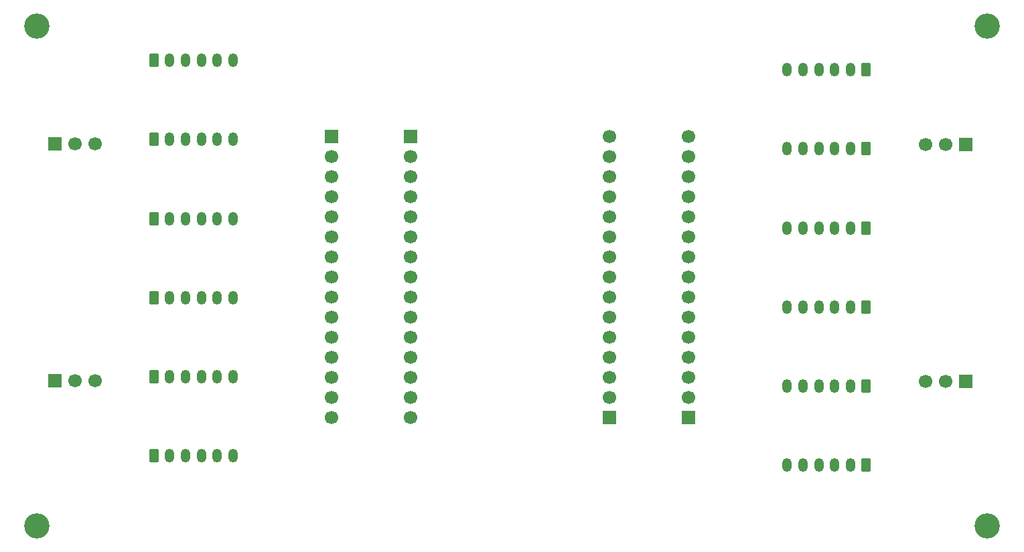
<source format=gbr>
%TF.GenerationSoftware,KiCad,Pcbnew,9.0.7*%
%TF.CreationDate,2026-02-06T13:42:45-05:00*%
%TF.ProjectId,ESP_Breakout,4553505f-4272-4656-916b-6f75742e6b69,rev?*%
%TF.SameCoordinates,Original*%
%TF.FileFunction,Soldermask,Top*%
%TF.FilePolarity,Negative*%
%FSLAX46Y46*%
G04 Gerber Fmt 4.6, Leading zero omitted, Abs format (unit mm)*
G04 Created by KiCad (PCBNEW 9.0.7) date 2026-02-06 13:42:45*
%MOMM*%
%LPD*%
G01*
G04 APERTURE LIST*
G04 Aperture macros list*
%AMRoundRect*
0 Rectangle with rounded corners*
0 $1 Rounding radius*
0 $2 $3 $4 $5 $6 $7 $8 $9 X,Y pos of 4 corners*
0 Add a 4 corners polygon primitive as box body*
4,1,4,$2,$3,$4,$5,$6,$7,$8,$9,$2,$3,0*
0 Add four circle primitives for the rounded corners*
1,1,$1+$1,$2,$3*
1,1,$1+$1,$4,$5*
1,1,$1+$1,$6,$7*
1,1,$1+$1,$8,$9*
0 Add four rect primitives between the rounded corners*
20,1,$1+$1,$2,$3,$4,$5,0*
20,1,$1+$1,$4,$5,$6,$7,0*
20,1,$1+$1,$6,$7,$8,$9,0*
20,1,$1+$1,$8,$9,$2,$3,0*%
G04 Aperture macros list end*
%ADD10R,1.700000X1.700000*%
%ADD11C,1.700000*%
%ADD12C,3.200000*%
%ADD13RoundRect,0.250000X-0.350000X-0.625000X0.350000X-0.625000X0.350000X0.625000X-0.350000X0.625000X0*%
%ADD14O,1.200000X1.750000*%
%ADD15RoundRect,0.250000X0.350000X0.625000X-0.350000X0.625000X-0.350000X-0.625000X0.350000X-0.625000X0*%
G04 APERTURE END LIST*
D10*
%TO.C,J5*%
X213990000Y-94450000D03*
D11*
X211450000Y-94450000D03*
X208910000Y-94450000D03*
%TD*%
D12*
%TO.C,H3*%
X216725000Y-49450000D03*
%TD*%
D13*
%TO.C,J_Drive4*%
X111400000Y-93810000D03*
D14*
X113400000Y-93810000D03*
X115400000Y-93810000D03*
X117400000Y-93810000D03*
X119400000Y-93810000D03*
X121400000Y-93810000D03*
%TD*%
D13*
%TO.C,J_Turn1*%
X111400000Y-73810000D03*
D14*
X113400000Y-73810000D03*
X115400000Y-73810000D03*
X117400000Y-73810000D03*
X119400000Y-73810000D03*
X121400000Y-73810000D03*
%TD*%
D10*
%TO.C,J8*%
X133850000Y-63410000D03*
D11*
X133850000Y-65950000D03*
X133850000Y-68490000D03*
X133850000Y-71030000D03*
X133850000Y-73570000D03*
X133850000Y-76110000D03*
X133850000Y-78650000D03*
X133850000Y-81190000D03*
X133850000Y-83730000D03*
X133850000Y-86270000D03*
X133850000Y-88810000D03*
X133850000Y-91350000D03*
X133850000Y-93890000D03*
X133850000Y-96430000D03*
X133850000Y-98970000D03*
%TD*%
D12*
%TO.C,H1*%
X96625000Y-49450000D03*
%TD*%
D13*
%TO.C,J_Lift4*%
X111400000Y-83810000D03*
D14*
X113400000Y-83810000D03*
X115400000Y-83810000D03*
X117400000Y-83810000D03*
X119400000Y-83810000D03*
X121400000Y-83810000D03*
%TD*%
D15*
%TO.C,J_Turn2*%
X201450000Y-75000000D03*
D14*
X199450000Y-75000000D03*
X197450000Y-75000000D03*
X195450000Y-75000000D03*
X193450000Y-75000000D03*
X191450000Y-75000000D03*
%TD*%
D13*
%TO.C,J_Drive1*%
X111400000Y-63810000D03*
D14*
X113400000Y-63810000D03*
X115400000Y-63810000D03*
X117400000Y-63810000D03*
X119400000Y-63810000D03*
X121400000Y-63810000D03*
%TD*%
D15*
%TO.C,J_Drive3*%
X201450000Y-95000000D03*
D14*
X199450000Y-95000000D03*
X197450000Y-95000000D03*
X195450000Y-95000000D03*
X193450000Y-95000000D03*
X191450000Y-95000000D03*
%TD*%
D10*
%TO.C,J2*%
X169000000Y-99000000D03*
D11*
X169000000Y-96460000D03*
X169000000Y-93920000D03*
X169000000Y-91380000D03*
X169000000Y-88840000D03*
X169000000Y-86300000D03*
X169000000Y-83760000D03*
X169000000Y-81220000D03*
X169000000Y-78680000D03*
X169000000Y-76140000D03*
X169000000Y-73600000D03*
X169000000Y-71060000D03*
X169000000Y-68520000D03*
X169000000Y-65980000D03*
X169000000Y-63440000D03*
%TD*%
D15*
%TO.C,J_Lift3*%
X201450000Y-85000000D03*
D14*
X199450000Y-85000000D03*
X197450000Y-85000000D03*
X195450000Y-85000000D03*
X193450000Y-85000000D03*
X191450000Y-85000000D03*
%TD*%
D10*
%TO.C,J3*%
X98860000Y-64360000D03*
D11*
X101400000Y-64360000D03*
X103940000Y-64360000D03*
%TD*%
D10*
%TO.C,J1*%
X143850000Y-63410000D03*
D11*
X143850000Y-65950000D03*
X143850000Y-68490000D03*
X143850000Y-71030000D03*
X143850000Y-73570000D03*
X143850000Y-76110000D03*
X143850000Y-78650000D03*
X143850000Y-81190000D03*
X143850000Y-83730000D03*
X143850000Y-86270000D03*
X143850000Y-88810000D03*
X143850000Y-91350000D03*
X143850000Y-93890000D03*
X143850000Y-96430000D03*
X143850000Y-98970000D03*
%TD*%
D12*
%TO.C,H2*%
X96625000Y-112750000D03*
%TD*%
%TO.C,H4*%
X216725000Y-112750000D03*
%TD*%
D10*
%TO.C,J6*%
X98860000Y-94360000D03*
D11*
X101400000Y-94360000D03*
X103940000Y-94360000D03*
%TD*%
D13*
%TO.C,J_Turn4*%
X111400000Y-103810000D03*
D14*
X113400000Y-103810000D03*
X115400000Y-103810000D03*
X117400000Y-103810000D03*
X119400000Y-103810000D03*
X121400000Y-103810000D03*
%TD*%
D15*
%TO.C,J_Turn3*%
X201450000Y-105000000D03*
D14*
X199450000Y-105000000D03*
X197450000Y-105000000D03*
X195450000Y-105000000D03*
X193450000Y-105000000D03*
X191450000Y-105000000D03*
%TD*%
D15*
%TO.C,J_Lift2*%
X201450000Y-55000000D03*
D14*
X199450000Y-55000000D03*
X197450000Y-55000000D03*
X195450000Y-55000000D03*
X193450000Y-55000000D03*
X191450000Y-55000000D03*
%TD*%
D13*
%TO.C,J_Lift1*%
X111400000Y-53810000D03*
D14*
X113400000Y-53810000D03*
X115400000Y-53810000D03*
X117400000Y-53810000D03*
X119400000Y-53810000D03*
X121400000Y-53810000D03*
%TD*%
D10*
%TO.C,J7*%
X179000000Y-99000000D03*
D11*
X179000000Y-96460000D03*
X179000000Y-93920000D03*
X179000000Y-91380000D03*
X179000000Y-88840000D03*
X179000000Y-86300000D03*
X179000000Y-83760000D03*
X179000000Y-81220000D03*
X179000000Y-78680000D03*
X179000000Y-76140000D03*
X179000000Y-73600000D03*
X179000000Y-71060000D03*
X179000000Y-68520000D03*
X179000000Y-65980000D03*
X179000000Y-63440000D03*
%TD*%
D10*
%TO.C,J4*%
X213990000Y-64450000D03*
D11*
X211450000Y-64450000D03*
X208910000Y-64450000D03*
%TD*%
D15*
%TO.C,J_Drive2*%
X201450000Y-65000000D03*
D14*
X199450000Y-65000000D03*
X197450000Y-65000000D03*
X195450000Y-65000000D03*
X193450000Y-65000000D03*
X191450000Y-65000000D03*
%TD*%
M02*

</source>
